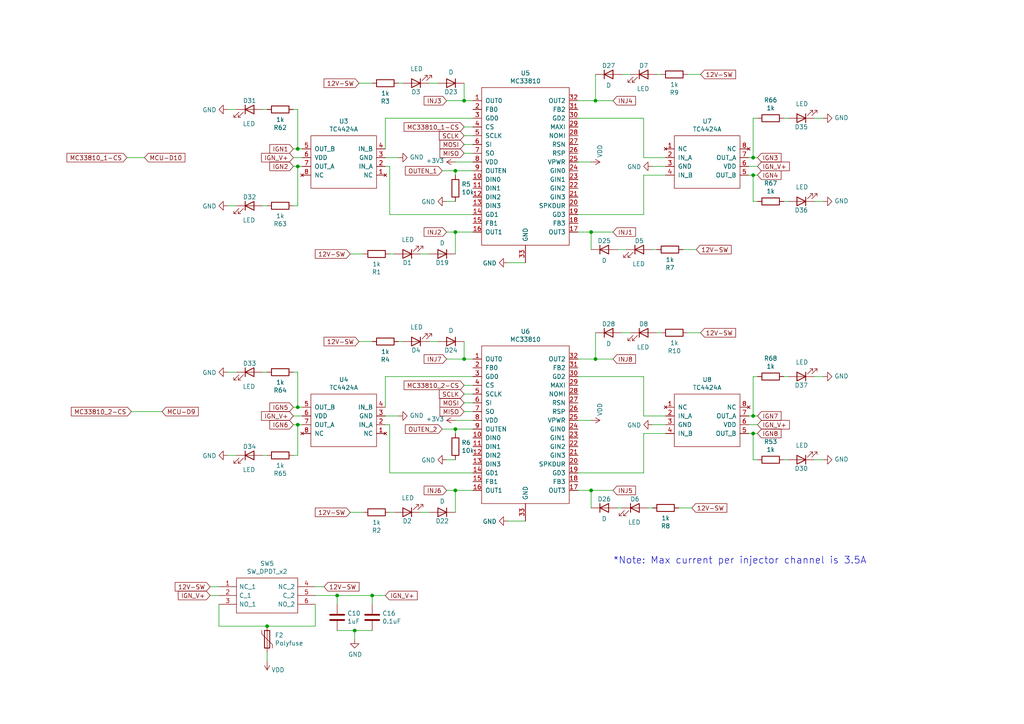
<source format=kicad_sch>
(kicad_sch (version 20230121) (generator eeschema)
  (paper "A4")
  (lib_symbols
    (symbol "Device:C" (pin_numbers hide) (pin_names (offset 0.254))
      (property "Reference" "C" (at 0.635 2.54 0))
      (property "Value" "C" (at 0.635 -2.54 0))
      (symbol "C_0_1"
        (polyline (pts (xy -2.032 -0.762) (xy 2.032 -0.762)) (stroke (width 0.508)))
        (polyline (pts (xy -2.032 0.762) (xy 2.032 0.762)) (stroke (width 0.508)))
      )
      (symbol "C_1_1"
        (pin passive line (at 0 3.81 270) (length 2.794) (name "~") (number "1"))
        (pin passive line (at 0 -3.81 90) (length 2.794) (name "~") (number "2"))
      )
    )
    (symbol "Device:D" (pin_numbers hide) (pin_names (offset 1.016) hide)
      (property "Reference" "D" (at 0 2.54 0))
      (property "Value" "D" (at 0 -2.54 0))
      (symbol "D_0_1"
        (polyline (pts (xy -1.27 1.27) (xy -1.27 -1.27)) (stroke (width 0.254)))
        (polyline (pts (xy 1.27 0) (xy -1.27 0)))
        (polyline (pts (xy 1.27 1.27) (xy 1.27 -1.27) (xy -1.27 0) (xy 1.27 1.27)) (stroke (width 0.254)))
      )
      (symbol "D_1_1"
        (pin passive line (at -3.81 0 0) (length 2.54) (name "K") (number "1"))
        (pin passive line (at 3.81 0 180) (length 2.54) (name "A") (number "2"))
      )
    )
    (symbol "Device:LED" (pin_numbers hide) (pin_names (offset 1.016) hide)
      (property "Reference" "D" (at 0 2.54 0))
      (property "Value" "LED" (at 0 -2.54 0))
      (symbol "LED_0_1"
        (polyline (pts (xy -1.27 -1.27) (xy -1.27 1.27)) (stroke (width 0.254)))
        (polyline (pts (xy -1.27 0) (xy 1.27 0)))
        (polyline (pts (xy 1.27 -1.27) (xy 1.27 1.27) (xy -1.27 0) (xy 1.27 -1.27)) (stroke (width 0.254)))
        (polyline (pts (xy -3.048 -0.762) (xy -4.572 -2.286) (xy -3.81 -2.286) (xy -4.572 -2.286) (xy -4.572 -1.524)))
        (polyline (pts (xy -1.778 -0.762) (xy -3.302 -2.286) (xy -2.54 -2.286) (xy -3.302 -2.286) (xy -3.302 -1.524)))
      )
      (symbol "LED_1_1"
        (pin passive line (at -3.81 0 0) (length 2.54) (name "K") (number "1"))
        (pin passive line (at 3.81 0 180) (length 2.54) (name "A") (number "2"))
      )
    )
    (symbol "Device:Polyfuse" (pin_numbers hide) (pin_names (offset 0))
      (property "Reference" "F" (at -2.54 0 90))
      (property "Value" "Polyfuse" (at 2.54 0 90))
      (symbol "Polyfuse_0_1"
        (rectangle (start -0.762 2.54) (end 0.762 -2.54) (stroke (width 0.254)))
        (polyline (pts (xy 0 2.54) (xy 0 -2.54)))
        (polyline (pts (xy -1.524 2.54) (xy -1.524 1.524) (xy 1.524 -1.524) (xy 1.524 -2.54)))
      )
      (symbol "Polyfuse_1_1"
        (pin passive line (at 0 3.81 270) (length 1.27) (name "~") (number "1"))
        (pin passive line (at 0 -3.81 90) (length 1.27) (name "~") (number "2"))
      )
    )
    (symbol "Device:R" (pin_numbers hide) (pin_names (offset 0))
      (property "Reference" "R" (at 2.032 0 90))
      (property "Value" "R" (at 0 0 90))
      (symbol "R_0_1"
        (rectangle (start -1.016 -2.54) (end 1.016 2.54) (stroke (width 0.254)))
      )
      (symbol "R_1_1"
        (pin passive line (at 0 3.81 270) (length 1.27) (name "~") (number "1"))
        (pin passive line (at 0 -3.81 90) (length 1.27) (name "~") (number "2"))
      )
    )
    (symbol "IC_Automotive:MC33810" (pin_names (offset 1.016))
      (property "Reference" "U" (at 20.32 17.78 0))
      (property "Value" "MC33810" (at -12.7 34.29 0))
      (symbol "MC33810_0_0"
        (pin power_in line (at -12.7 -13.97 90) (length 5.08) (name "GND") (number "33"))
      )
      (symbol "MC33810_0_1"
        (rectangle (start -25.4 36.83) (end 0 -8.89))
      )
      (symbol "MC33810_1_1"
        (pin output line (at -27.94 33.02 0) (length 2.54) (name "OUT0") (number "1"))
        (pin input line (at -27.94 10.16 0) (length 2.54) (name "DIN0") (number "10"))
        (pin input line (at -27.94 7.62 0) (length 2.54) (name "DIN1") (number "11"))
        (pin input line (at -27.94 5.08 0) (length 2.54) (name "DIN2") (number "12"))
        (pin input line (at -27.94 2.54 0) (length 2.54) (name "DIN3") (number "13"))
        (pin output line (at -27.94 0 0) (length 2.54) (name "GD1") (number "14"))
        (pin input line (at -27.94 -2.54 0) (length 2.54) (name "FB1") (number "15"))
        (pin output line (at -27.94 -5.08 0) (length 2.54) (name "OUT1") (number "16"))
        (pin output line (at 2.54 -5.08 180) (length 2.54) (name "OUT3") (number "17"))
        (pin input line (at 2.54 -2.54 180) (length 2.54) (name "FB3") (number "18"))
        (pin output line (at 2.54 0 180) (length 2.54) (name "GD3") (number "19"))
        (pin input line (at -27.94 30.48 0) (length 2.54) (name "FB0") (number "2"))
        (pin output line (at 2.54 2.54 180) (length 2.54) (name "SPKDUR") (number "20"))
        (pin input line (at 2.54 5.08 180) (length 2.54) (name "GIN3") (number "21"))
        (pin input line (at 2.54 7.62 180) (length 2.54) (name "GIN2") (number "22"))
        (pin input line (at 2.54 10.16 180) (length 2.54) (name "GIN1") (number "23"))
        (pin input line (at 2.54 12.7 180) (length 2.54) (name "GIN0") (number "24"))
        (pin power_in line (at 2.54 15.24 180) (length 2.54) (name "VPWR") (number "25"))
        (pin input line (at 2.54 17.78 180) (length 2.54) (name "RSP") (number "26"))
        (pin input line (at 2.54 20.32 180) (length 2.54) (name "RSN") (number "27"))
        (pin output line (at 2.54 22.86 180) (length 2.54) (name "NOMI") (number "28"))
        (pin output line (at 2.54 25.4 180) (length 2.54) (name "MAXI") (number "29"))
        (pin output line (at -27.94 27.94 0) (length 2.54) (name "GD0") (number "3"))
        (pin output line (at 2.54 27.94 180) (length 2.54) (name "GD2") (number "30"))
        (pin input line (at 2.54 30.48 180) (length 2.54) (name "FB2") (number "31"))
        (pin output line (at 2.54 33.02 180) (length 2.54) (name "OUT2") (number "32"))
        (pin input line (at -27.94 25.4 0) (length 2.54) (name "CS") (number "4"))
        (pin input line (at -27.94 22.86 0) (length 2.54) (name "SCLK") (number "5"))
        (pin input line (at -27.94 20.32 0) (length 2.54) (name "SI") (number "6"))
        (pin output line (at -27.94 17.78 0) (length 2.54) (name "SO") (number "7"))
        (pin input line (at -27.94 15.24 0) (length 2.54) (name "VDD") (number "8"))
        (pin input line (at -27.94 12.7 0) (length 2.54) (name "OUTEN") (number "9"))
      )
    )
    (symbol "IC_Automotive:TC4424A" (pin_names (offset 1.016))
      (property "Reference" "U" (at -7.62 38.1 0))
      (property "Value" "TC4424A" (at -15.24 38.1 0))
      (symbol "TC4424A_0_1"
        (rectangle (start -25.4 36.83) (end -6.35 21.59))
      )
      (symbol "TC4424A_1_1"
        (pin no_connect line (at -27.94 33.02 0) (length 2.54) (name "NC") (number "1"))
        (pin input line (at -27.94 30.48 0) (length 2.54) (name "IN_A") (number "2"))
        (pin power_in line (at -27.94 27.94 0) (length 2.54) (name "GND") (number "3"))
        (pin input line (at -27.94 25.4 0) (length 2.54) (name "IN_B") (number "4"))
        (pin input line (at -3.81 25.4 180) (length 2.54) (name "OUT_B") (number "5"))
        (pin power_in line (at -3.81 27.94 180) (length 2.54) (name "VDD") (number "6"))
        (pin output line (at -3.81 30.48 180) (length 2.54) (name "OUT_A") (number "7"))
        (pin no_connect line (at -3.81 33.02 180) (length 2.54) (name "NC") (number "8"))
      )
    )
    (symbol "Misc:AYZ0202AGRLC" (pin_names (offset 0.762))
      (property "Reference" "S" (at 24.13 7.62 0))
      (property "Value" "AYZ0202AGRLC" (at 24.13 5.08 0))
      (symbol "AYZ0202AGRLC_0_0"
        (pin bidirectional line (at 0 0 0) (length 5.08) (name "NC_1") (number "1"))
        (pin bidirectional line (at 0 -2.54 0) (length 5.08) (name "C_1") (number "2"))
        (pin bidirectional line (at 0 -5.08 0) (length 5.08) (name "NO_1") (number "3"))
        (pin bidirectional line (at 27.94 0 180) (length 5.08) (name "NC_2") (number "4"))
        (pin bidirectional line (at 27.94 -2.54 180) (length 5.08) (name "C_2") (number "5"))
        (pin bidirectional line (at 27.94 -5.08 180) (length 5.08) (name "NO_2") (number "6"))
      )
      (symbol "AYZ0202AGRLC_0_1"
        (polyline (pts (xy 5.08 2.54) (xy 22.86 2.54) (xy 22.86 -7.62) (xy 5.08 -7.62) (xy 5.08 2.54)) (stroke (width 0.1524)))
      )
    )
    (symbol "power:+3V3" (power) (pin_names (offset 0))
      (property "Value" "+3V3" (at 0 3.556 0))
      (symbol "+3V3_0_1"
        (polyline (pts (xy -0.762 1.27) (xy 0 2.54)))
        (polyline (pts (xy 0 0) (xy 0 2.54)))
        (polyline (pts (xy 0 2.54) (xy 0.762 1.27)))
      )
      (symbol "+3V3_1_1"
        (pin power_in line (at 0 0 90) (length 0) hide (name "+3V3") (number "1"))
      )
    )
    (symbol "power:GND" (power) (pin_names (offset 0))
      (property "Value" "GND" (at 0 -3.81 0))
      (symbol "GND_0_1"
        (polyline (pts (xy 0 0) (xy 0 -1.27) (xy 1.27 -1.27) (xy 0 -2.54) (xy -1.27 -1.27) (xy 0 -1.27)))
      )
      (symbol "GND_1_1"
        (pin power_in line (at 0 0 270) (length 0) hide (name "GND") (number "1"))
      )
    )
    (symbol "power:VDD" (power) (pin_names (offset 0))
      (property "Value" "VDD" (at 0 3.81 0))
      (symbol "VDD_0_1"
        (polyline (pts (xy -0.762 1.27) (xy 0 2.54)))
        (polyline (pts (xy 0 0) (xy 0 2.54)))
        (polyline (pts (xy 0 2.54) (xy 0.762 1.27)))
      )
      (symbol "VDD_1_1"
        (pin power_in line (at 0 0 90) (length 0) hide (name "VDD") (number "1"))
      )
    )
  )
  (junction (at 218.44 50.8))
  (junction (at 132.08 142.24))
  (junction (at 134.62 104.14))
  (junction (at 97.79 172.72))
  (junction (at 134.62 29.21))
  (junction (at 218.44 45.72))
  (junction (at 86.36 118.11))
  (junction (at 171.45 67.31))
  (junction (at 86.36 48.26))
  (junction (at 86.36 123.19))
  (junction (at 218.44 120.65))
  (junction (at 102.87 182.88))
  (junction (at 107.95 172.72))
  (junction (at 132.08 49.53))
  (junction (at 132.08 67.31))
  (junction (at 77.47 181.61))
  (junction (at 86.36 43.18))
  (junction (at 172.72 29.21))
  (junction (at 171.45 142.24))
  (junction (at 172.72 104.14))
  (junction (at 218.44 125.73))
  (junction (at 132.08 124.46))
  (wire (pts (xy 86.36 132.08) (xy 86.36 123.19)))
  (wire (pts (xy 186.69 45.72) (xy 186.69 34.29)))
  (wire (pts (xy 227.33 133.35) (xy 228.6 133.35)))
  (wire (pts (xy 218.44 45.72) (xy 217.17 45.72)))
  (wire (pts (xy 85.09 48.26) (xy 86.36 48.26)))
  (wire (pts (xy 218.44 109.22) (xy 219.71 109.22)))
  (wire (pts (xy 132.08 142.24) (xy 137.16 142.24)))
  (wire (pts (xy 121.92 73.66) (xy 124.46 73.66)))
  (wire (pts (xy 113.03 62.23) (xy 137.16 62.23)))
  (wire (pts (xy 113.03 137.16) (xy 137.16 137.16)))
  (wire (pts (xy 46.99 119.38) (xy 38.1 119.38)))
  (wire (pts (xy 63.5 181.61) (xy 63.5 175.26)))
  (wire (pts (xy 218.44 34.29) (xy 218.44 45.72)))
  (wire (pts (xy 132.08 73.66) (xy 132.08 67.31)))
  (wire (pts (xy 227.33 34.29) (xy 228.6 34.29)))
  (wire (pts (xy 238.76 58.42) (xy 236.22 58.42)))
  (wire (pts (xy 77.47 132.08) (xy 76.2 132.08)))
  (wire (pts (xy 134.62 114.3) (xy 137.16 114.3)))
  (wire (pts (xy 86.36 59.69) (xy 85.09 59.69)))
  (wire (pts (xy 134.62 99.06) (xy 134.62 104.14)))
  (wire (pts (xy 127 24.13) (xy 124.46 24.13)))
  (wire (pts (xy 128.27 49.53) (xy 132.08 49.53)))
  (wire (pts (xy 66.04 107.95) (xy 68.58 107.95)))
  (wire (pts (xy 193.04 45.72) (xy 186.69 45.72)))
  (wire (pts (xy 218.44 109.22) (xy 218.44 120.65)))
  (wire (pts (xy 218.44 125.73) (xy 219.71 125.73)))
  (wire (pts (xy 227.33 58.42) (xy 228.6 58.42)))
  (wire (pts (xy 129.54 142.24) (xy 132.08 142.24)))
  (wire (pts (xy 171.45 72.39) (xy 171.45 67.31)))
  (wire (pts (xy 134.62 111.76) (xy 137.16 111.76)))
  (wire (pts (xy 218.44 133.35) (xy 219.71 133.35)))
  (wire (pts (xy 186.69 120.65) (xy 186.69 109.22)))
  (wire (pts (xy 171.45 67.31) (xy 167.64 67.31)))
  (wire (pts (xy 186.69 34.29) (xy 167.64 34.29)))
  (wire (pts (xy 218.44 58.42) (xy 218.44 50.8)))
  (wire (pts (xy 191.77 21.59) (xy 190.5 21.59)))
  (wire (pts (xy 111.76 34.29) (xy 111.76 43.18)))
  (wire (pts (xy 115.57 45.72) (xy 111.76 45.72)))
  (wire (pts (xy 171.45 46.99) (xy 167.64 46.99)))
  (wire (pts (xy 134.62 29.21) (xy 137.16 29.21)))
  (wire (pts (xy 113.03 148.59) (xy 114.3 148.59)))
  (wire (pts (xy 86.36 31.75) (xy 85.09 31.75)))
  (wire (pts (xy 171.45 121.92) (xy 167.64 121.92)))
  (wire (pts (xy 85.09 123.19) (xy 86.36 123.19)))
  (wire (pts (xy 193.04 125.73) (xy 186.69 125.73)))
  (wire (pts (xy 203.2 96.52) (xy 199.39 96.52)))
  (wire (pts (xy 77.47 181.61) (xy 91.44 181.61)))
  (wire (pts (xy 86.36 118.11) (xy 87.63 118.11)))
  (wire (pts (xy 115.57 120.65) (xy 111.76 120.65)))
  (wire (pts (xy 189.23 48.26) (xy 193.04 48.26)))
  (wire (pts (xy 134.62 104.14) (xy 137.16 104.14)))
  (wire (pts (xy 107.95 182.88) (xy 102.87 182.88)))
  (wire (pts (xy 193.04 120.65) (xy 186.69 120.65)))
  (wire (pts (xy 201.93 72.39) (xy 198.12 72.39)))
  (wire (pts (xy 132.08 148.59) (xy 132.08 142.24)))
  (wire (pts (xy 86.36 132.08) (xy 85.09 132.08)))
  (wire (pts (xy 167.64 104.14) (xy 172.72 104.14)))
  (wire (pts (xy 186.69 109.22) (xy 167.64 109.22)))
  (wire (pts (xy 77.47 31.75) (xy 76.2 31.75)))
  (wire (pts (xy 172.72 29.21) (xy 177.8 29.21)))
  (wire (pts (xy 238.76 109.22) (xy 236.22 109.22)))
  (wire (pts (xy 36.83 45.72) (xy 41.91 45.72)))
  (wire (pts (xy 134.62 116.84) (xy 137.16 116.84)))
  (wire (pts (xy 186.69 62.23) (xy 167.64 62.23)))
  (wire (pts (xy 129.54 67.31) (xy 132.08 67.31)))
  (wire (pts (xy 171.45 142.24) (xy 167.64 142.24)))
  (wire (pts (xy 132.08 124.46) (xy 137.16 124.46)))
  (wire (pts (xy 97.79 175.26) (xy 97.79 172.72)))
  (wire (pts (xy 180.34 21.59) (xy 182.88 21.59)))
  (wire (pts (xy 137.16 34.29) (xy 111.76 34.29)))
  (wire (pts (xy 63.5 170.18) (xy 60.96 170.18)))
  (wire (pts (xy 218.44 125.73) (xy 218.44 133.35)))
  (wire (pts (xy 101.6 148.59) (xy 105.41 148.59)))
  (wire (pts (xy 218.44 58.42) (xy 219.71 58.42)))
  (wire (pts (xy 86.36 48.26) (xy 87.63 48.26)))
  (wire (pts (xy 111.76 172.72) (xy 107.95 172.72)))
  (wire (pts (xy 186.69 125.73) (xy 186.69 137.16)))
  (wire (pts (xy 167.64 29.21) (xy 172.72 29.21)))
  (wire (pts (xy 191.77 96.52) (xy 190.5 96.52)))
  (wire (pts (xy 85.09 45.72) (xy 87.63 45.72)))
  (wire (pts (xy 172.72 21.59) (xy 172.72 29.21)))
  (wire (pts (xy 189.23 147.32) (xy 187.96 147.32)))
  (wire (pts (xy 107.95 172.72) (xy 97.79 172.72)))
  (wire (pts (xy 219.71 48.26) (xy 217.17 48.26)))
  (wire (pts (xy 134.62 44.45) (xy 137.16 44.45)))
  (wire (pts (xy 172.72 104.14) (xy 177.8 104.14)))
  (wire (pts (xy 77.47 191.77) (xy 77.47 189.23)))
  (wire (pts (xy 101.6 73.66) (xy 105.41 73.66)))
  (wire (pts (xy 172.72 96.52) (xy 172.72 104.14)))
  (wire (pts (xy 132.08 49.53) (xy 137.16 49.53)))
  (wire (pts (xy 218.44 50.8) (xy 219.71 50.8)))
  (wire (pts (xy 218.44 120.65) (xy 217.17 120.65)))
  (wire (pts (xy 86.36 59.69) (xy 86.36 48.26)))
  (wire (pts (xy 111.76 123.19) (xy 113.03 123.19)))
  (wire (pts (xy 86.36 31.75) (xy 86.36 43.18)))
  (wire (pts (xy 102.87 185.42) (xy 102.87 182.88)))
  (wire (pts (xy 179.07 72.39) (xy 181.61 72.39)))
  (wire (pts (xy 132.08 125.73) (xy 132.08 124.46)))
  (wire (pts (xy 193.04 50.8) (xy 186.69 50.8)))
  (wire (pts (xy 104.14 24.13) (xy 107.95 24.13)))
  (wire (pts (xy 77.47 107.95) (xy 76.2 107.95)))
  (wire (pts (xy 93.98 170.18) (xy 91.44 170.18)))
  (wire (pts (xy 134.62 41.91) (xy 137.16 41.91)))
  (wire (pts (xy 129.54 133.35) (xy 132.08 133.35)))
  (wire (pts (xy 85.09 43.18) (xy 86.36 43.18)))
  (wire (pts (xy 113.03 123.19) (xy 113.03 137.16)))
  (wire (pts (xy 132.08 46.99) (xy 137.16 46.99)))
  (wire (pts (xy 217.17 50.8) (xy 218.44 50.8)))
  (wire (pts (xy 60.96 172.72) (xy 63.5 172.72)))
  (wire (pts (xy 85.09 118.11) (xy 86.36 118.11)))
  (wire (pts (xy 66.04 132.08) (xy 68.58 132.08)))
  (wire (pts (xy 77.47 181.61) (xy 63.5 181.61)))
  (wire (pts (xy 238.76 34.29) (xy 236.22 34.29)))
  (wire (pts (xy 91.44 181.61) (xy 91.44 175.26)))
  (wire (pts (xy 219.71 45.72) (xy 218.44 45.72)))
  (wire (pts (xy 177.8 142.24) (xy 171.45 142.24)))
  (wire (pts (xy 134.62 39.37) (xy 137.16 39.37)))
  (wire (pts (xy 238.76 133.35) (xy 236.22 133.35)))
  (wire (pts (xy 186.69 50.8) (xy 186.69 62.23)))
  (wire (pts (xy 218.44 34.29) (xy 219.71 34.29)))
  (wire (pts (xy 86.36 123.19) (xy 87.63 123.19)))
  (wire (pts (xy 128.27 124.46) (xy 132.08 124.46)))
  (wire (pts (xy 129.54 58.42) (xy 132.08 58.42)))
  (wire (pts (xy 179.07 147.32) (xy 180.34 147.32)))
  (wire (pts (xy 227.33 109.22) (xy 228.6 109.22)))
  (wire (pts (xy 66.04 31.75) (xy 68.58 31.75)))
  (wire (pts (xy 97.79 172.72) (xy 91.44 172.72)))
  (wire (pts (xy 86.36 107.95) (xy 86.36 118.11)))
  (wire (pts (xy 132.08 121.92) (xy 137.16 121.92)))
  (wire (pts (xy 200.66 147.32) (xy 196.85 147.32)))
  (wire (pts (xy 111.76 109.22) (xy 111.76 118.11)))
  (wire (pts (xy 134.62 119.38) (xy 137.16 119.38)))
  (wire (pts (xy 104.14 99.06) (xy 107.95 99.06)))
  (wire (pts (xy 132.08 67.31) (xy 137.16 67.31)))
  (wire (pts (xy 147.32 76.2) (xy 152.4 76.2)))
  (wire (pts (xy 115.57 24.13) (xy 116.84 24.13)))
  (wire (pts (xy 129.54 104.14) (xy 134.62 104.14)))
  (wire (pts (xy 113.03 73.66) (xy 114.3 73.66)))
  (wire (pts (xy 113.03 48.26) (xy 111.76 48.26)))
  (wire (pts (xy 115.57 99.06) (xy 116.84 99.06)))
  (wire (pts (xy 180.34 96.52) (xy 182.88 96.52)))
  (wire (pts (xy 217.17 125.73) (xy 218.44 125.73)))
  (wire (pts (xy 85.09 120.65) (xy 87.63 120.65)))
  (wire (pts (xy 219.71 123.19) (xy 217.17 123.19)))
  (wire (pts (xy 171.45 147.32) (xy 171.45 142.24)))
  (wire (pts (xy 124.46 148.59) (xy 121.92 148.59)))
  (wire (pts (xy 77.47 59.69) (xy 76.2 59.69)))
  (wire (pts (xy 203.2 21.59) (xy 199.39 21.59)))
  (wire (pts (xy 86.36 107.95) (xy 85.09 107.95)))
  (wire (pts (xy 147.32 151.13) (xy 152.4 151.13)))
  (wire (pts (xy 86.36 43.18) (xy 87.63 43.18)))
  (wire (pts (xy 134.62 24.13) (xy 134.62 29.21)))
  (wire (pts (xy 129.54 29.21) (xy 134.62 29.21)))
  (wire (pts (xy 190.5 72.39) (xy 189.23 72.39)))
  (wire (pts (xy 66.04 59.69) (xy 68.58 59.69)))
  (wire (pts (xy 113.03 62.23) (xy 113.03 48.26)))
  (wire (pts (xy 177.8 67.31) (xy 171.45 67.31)))
  (wire (pts (xy 219.71 120.65) (xy 218.44 120.65)))
  (wire (pts (xy 186.69 137.16) (xy 167.64 137.16)))
  (wire (pts (xy 132.08 50.8) (xy 132.08 49.53)))
  (wire (pts (xy 124.46 99.06) (xy 127 99.06)))
  (wire (pts (xy 107.95 175.26) (xy 107.95 172.72)))
  (wire (pts (xy 137.16 109.22) (xy 111.76 109.22)))
  (wire (pts (xy 102.87 182.88) (xy 97.79 182.88)))
  (wire (pts (xy 189.23 123.19) (xy 193.04 123.19)))
  (wire (pts (xy 134.62 36.83) (xy 137.16 36.83)))
  (text "*Note: Max current per injector channel is 3.5A" (at 177.8 163.83 0) (effects (font (size 2.0066 2.0066)) (justify left bottom)))
  (global_label "IGN_V+" (shape input) (at 85.09 45.72 180) (property "Intersheetrefs" "${INTERSHEET_REFS}" (effects hide)))
  (global_label "SCLK" (shape input) (at 134.62 114.3 180) (property "Intersheetrefs" "${INTERSHEET_REFS}" (effects hide)))
  (global_label "12V-SW" (shape input) (at 93.98 170.18 0) (property "Intersheetrefs" "${INTERSHEET_REFS}" (effects hide)))
  (global_label "IGN2" (shape input) (at 85.09 48.26 180) (property "Intersheetrefs" "${INTERSHEET_REFS}" (effects hide)))
  (global_label "12V-SW" (shape input) (at 104.14 99.06 180) (property "Intersheetrefs" "${INTERSHEET_REFS}" (effects hide)))
  (global_label "MISO" (shape input) (at 134.62 44.45 180) (property "Intersheetrefs" "${INTERSHEET_REFS}" (effects hide)))
  (global_label "INJ3" (shape input) (at 129.54 29.21 180) (property "Intersheetrefs" "${INTERSHEET_REFS}" (effects hide)))
  (global_label "IGN4" (shape input) (at 219.71 50.8 0) (property "Intersheetrefs" "${INTERSHEET_REFS}" (effects hide)))
  (global_label "INJ7" (shape input) (at 129.54 104.14 180) (property "Intersheetrefs" "${INTERSHEET_REFS}" (effects hide)))
  (global_label "IGN5" (shape input) (at 85.09 118.11 180) (property "Intersheetrefs" "${INTERSHEET_REFS}" (effects hide)))
  (global_label "SCLK" (shape input) (at 134.62 39.37 180) (property "Intersheetrefs" "${INTERSHEET_REFS}" (effects hide)))
  (global_label "IGN_V+" (shape input) (at 85.09 120.65 180) (property "Intersheetrefs" "${INTERSHEET_REFS}" (effects hide)))
  (global_label "IGN6" (shape input) (at 85.09 123.19 180) (property "Intersheetrefs" "${INTERSHEET_REFS}" (effects hide)))
  (global_label "IGN8" (shape input) (at 219.71 125.73 0) (property "Intersheetrefs" "${INTERSHEET_REFS}" (effects hide)))
  (global_label "IGN_V+" (shape input) (at 219.71 123.19 0) (property "Intersheetrefs" "${INTERSHEET_REFS}" (effects hide)))
  (global_label "MCU-D9" (shape input) (at 46.99 119.38 0) (property "Intersheetrefs" "${INTERSHEET_REFS}" (effects hide)))
  (global_label "INJ8" (shape input) (at 177.8 104.14 0) (property "Intersheetrefs" "${INTERSHEET_REFS}" (effects hide)))
  (global_label "MOSI" (shape input) (at 134.62 116.84 180) (property "Intersheetrefs" "${INTERSHEET_REFS}" (effects hide)))
  (global_label "INJ4" (shape input) (at 177.8 29.21 0) (property "Intersheetrefs" "${INTERSHEET_REFS}" (effects hide)))
  (global_label "IGN3" (shape input) (at 219.71 45.72 0) (property "Intersheetrefs" "${INTERSHEET_REFS}" (effects hide)))
  (global_label "MISO" (shape input) (at 134.62 119.38 180) (property "Intersheetrefs" "${INTERSHEET_REFS}" (effects hide)))
  (global_label "OUTEN_1" (shape input) (at 128.27 49.53 180) (property "Intersheetrefs" "${INTERSHEET_REFS}" (effects hide)))
  (global_label "12V-SW" (shape input) (at 203.2 96.52 0) (property "Intersheetrefs" "${INTERSHEET_REFS}" (effects hide)))
  (global_label "IGN_V+" (shape input) (at 60.96 172.72 180) (property "Intersheetrefs" "${INTERSHEET_REFS}" (effects hide)))
  (global_label "12V-SW" (shape input) (at 101.6 73.66 180) (property "Intersheetrefs" "${INTERSHEET_REFS}" (effects hide)))
  (global_label "INJ6" (shape input) (at 129.54 142.24 180) (property "Intersheetrefs" "${INTERSHEET_REFS}" (effects hide)))
  (global_label "OUTEN_2" (shape input) (at 128.27 124.46 180) (property "Intersheetrefs" "${INTERSHEET_REFS}" (effects hide)))
  (global_label "IGN7" (shape input) (at 219.71 120.65 0) (property "Intersheetrefs" "${INTERSHEET_REFS}" (effects hide)))
  (global_label "INJ2" (shape input) (at 129.54 67.31 180) (property "Intersheetrefs" "${INTERSHEET_REFS}" (effects hide)))
  (global_label "MC33810_1-CS" (shape input) (at 134.62 36.83 180) (property "Intersheetrefs" "${INTERSHEET_REFS}" (effects hide)))
  (global_label "12V-SW" (shape input) (at 60.96 170.18 180) (property "Intersheetrefs" "${INTERSHEET_REFS}" (effects hide)))
  (global_label "MOSI" (shape input) (at 134.62 41.91 180) (property "Intersheetrefs" "${INTERSHEET_REFS}" (effects hide)))
  (global_label "MCU-D10" (shape input) (at 41.91 45.72 0) (property "Intersheetrefs" "${INTERSHEET_REFS}" (effects hide)))
  (global_label "INJ5" (shape input) (at 177.8 142.24 0) (property "Intersheetrefs" "${INTERSHEET_REFS}" (effects hide)))
  (global_label "IGN1" (shape input) (at 85.09 43.18 180) (property "Intersheetrefs" "${INTERSHEET_REFS}" (effects hide)))
  (global_label "IGN_V+" (shape input) (at 111.76 172.72 0) (property "Intersheetrefs" "${INTERSHEET_REFS}" (effects hide)))
  (global_label "MC33810_1-CS" (shape input) (at 36.83 45.72 180) (property "Intersheetrefs" "${INTERSHEET_REFS}" (effects hide)))
  (global_label "12V-SW" (shape input) (at 101.6 148.59 180) (property "Intersheetrefs" "${INTERSHEET_REFS}" (effects hide)))
  (global_label "INJ1" (shape input) (at 177.8 67.31 0) (property "Intersheetrefs" "${INTERSHEET_REFS}" (effects hide)))
  (global_label "12V-SW" (shape input) (at 104.14 24.13 180) (property "Intersheetrefs" "${INTERSHEET_REFS}" (effects hide)))
  (global_label "IGN_V+" (shape input) (at 219.71 48.26 0) (property "Intersheetrefs" "${INTERSHEET_REFS}" (effects hide)))
  (global_label "12V-SW" (shape input) (at 203.2 21.59 0) (property "Intersheetrefs" "${INTERSHEET_REFS}" (effects hide)))
  (global_label "12V-SW" (shape input) (at 200.66 147.32 0) (property "Intersheetrefs" "${INTERSHEET_REFS}" (effects hide)))
  (global_label "MC33810_2-CS" (shape input) (at 38.1 119.38 180) (property "Intersheetrefs" "${INTERSHEET_REFS}" (effects hide)))
  (global_label "12V-SW" (shape input) (at 201.93 72.39 0) (property "Intersheetrefs" "${INTERSHEET_REFS}" (effects hide)))
  (global_label "MC33810_2-CS" (shape input) (at 134.62 111.76 180) (property "Intersheetrefs" "${INTERSHEET_REFS}" (effects hide)))
  (symbol (lib_id "Device:LED") (at 118.11 73.66 180) (unit 1)
    (property "Reference" "D1" (at 118.11 76.2 0))
    (property "Value" "LED" (at 118.2878 69.4944 0))
    (property "Footprint" "LED_SMD:LED_0805_2012Metric" (effects hide))
    (property "Digikey Part Number" "475-1415-1-ND" (effects hide))
    (property "Manufacturer_Name" "OSRAM" (effects hide))
    (property "Manufacturer_Part_Number" "LH R974-LP-1" (effects hide))
    (property "URL" "https://www.digikey.com/product-detail/en/osram-opto-semiconductors-inc/LH-R974-LP-1/475-1415-1-ND/1802604" (effects hide))
  )
  (symbol (lib_id "Device:LED") (at 120.65 24.13 180) (unit 1)
    (property "Reference" "D3" (at 120.65 26.67 0))
    (property "Value" "LED" (at 120.8278 19.9644 0))
    (property "Footprint" "LED_SMD:LED_0805_2012Metric" (effects hide))
    (property "Digikey Part Number" "475-1415-1-ND" (effects hide))
    (property "Manufacturer_Name" "OSRAM" (effects hide))
    (property "Manufacturer_Part_Number" "LH R974-LP-1" (effects hide))
    (property "URL" "https://www.digikey.com/product-detail/en/osram-opto-semiconductors-inc/LH-R974-LP-1/475-1415-1-ND/1802604" (effects hide))
  )
  (symbol (lib_id "Device:LED") (at 186.69 21.59 0) (unit 1)
    (property "Reference" "D7" (at 186.69 19.05 0))
    (property "Value" "LED" (at 186.5122 25.7556 0))
    (property "Footprint" "LED_SMD:LED_0805_2012Metric" (effects hide))
    (property "Digikey Part Number" "475-1415-1-ND" (effects hide))
    (property "Manufacturer_Name" "OSRAM" (effects hide))
    (property "Manufacturer_Part_Number" "LH R974-LP-1" (effects hide))
    (property "URL" "https://www.digikey.com/product-detail/en/osram-opto-semiconductors-inc/LH-R974-LP-1/475-1415-1-ND/1802604" (effects hide))
  )
  (symbol (lib_id "Device:R") (at 194.31 72.39 90) (unit 1)
    (property "Reference" "R7" (at 194.31 77.6478 90))
    (property "Value" "1k" (at 194.31 75.3364 90))
    (property "Footprint" "Resistor_SMD:R_0805_2012Metric" (effects hide))
    (property "Digikey Part Number" "311-1.00KCRCT-ND" (effects hide))
    (property "Manufacturer_Name" "Yageo" (effects hide))
    (property "Manufacturer_Part_Number" "RC0805FR-071KL" (effects hide))
    (property "URL" "https://www.digikey.com/product-detail/en/yageo/RC0805FR-071KL/311-1.00KCRCT-ND/730391" (effects hide))
  )
  (symbol (lib_id "Device:LED") (at 185.42 72.39 0) (unit 1)
    (property "Reference" "D5" (at 185.42 69.85 0))
    (property "Value" "LED" (at 185.2422 76.5556 0))
    (property "Footprint" "LED_SMD:LED_0805_2012Metric" (effects hide))
    (property "Digikey Part Number" "475-1415-1-ND" (effects hide))
    (property "Manufacturer_Name" "OSRAM" (effects hide))
    (property "Manufacturer_Part_Number" "LH R974-LP-1" (effects hide))
    (property "URL" "https://www.digikey.com/product-detail/en/osram-opto-semiconductors-inc/LH-R974-LP-1/475-1415-1-ND/1802604" (effects hide))
  )
  (symbol (lib_id "IC_Automotive:MC33810") (at 165.1 62.23 0) (unit 1)
    (property "Reference" "U5" (at 152.4 21.209 0))
    (property "Value" "MC33810" (at 152.4 23.5204 0))
    (property "Footprint" "IC_Automotive:SOIC32-P0.65-33N" (effects hide))
    (property "Manufacturer_Name" "NXP" (effects hide))
    (property "Manufacturer_Part_Number" "MCZ33810EK" (effects hide))
    (property "URL" "https://au.mouser.com/ProductDetail/NXP-Semiconductors/MCZ33810EK?qs=sGAEpiMZZMvKM5ialpXrmvfCXFdxx390" (effects hide))
  )
  (symbol (lib_id "IC_Automotive:TC4424A") (at 220.98 76.2 0) (unit 1)
    (property "Reference" "U7" (at 205.105 35.179 0))
    (property "Value" "TC4424A" (at 205.105 37.4904 0))
    (property "Footprint" "Package_SO:SOIC-8_3.9x4.9mm_P1.27mm" (effects hide))
    (property "Digikey Part Number" "TC4424AVOA-ND" (effects hide))
    (property "Manufacturer_Name" "Microchip" (effects hide))
    (property "Manufacturer_Part_Number" "TC4424AVOA" (effects hide))
    (property "URL" "https://www.digikey.com/product-detail/en/microchip-technology/TC4424AVOA/TC4424AVOA-ND/1098908" (effects hide))
  )
  (symbol (lib_id "power:GND") (at 189.23 48.26 270) (unit 1)
    (property "Reference" "#PWR0101" (effects hide))
    (property "Value" "GND" (at 185.9788 48.387 90) (effects (justify right)))
  )
  (symbol (lib_id "IC_Automotive:TC4424A") (at 83.82 17.78 180) (unit 1)
    (property "Reference" "U3" (at 99.695 35.179 0))
    (property "Value" "TC4424A" (at 99.695 37.4904 0))
    (property "Footprint" "Package_SO:SOIC-8_3.9x4.9mm_P1.27mm" (effects hide))
    (property "Digikey Part Number" "TC4424AVOA-ND" (effects hide))
    (property "Manufacturer_Name" "Microchip" (effects hide))
    (property "Manufacturer_Part_Number" "TC4424AVOA" (effects hide))
    (property "URL" "https://www.digikey.com/product-detail/en/microchip-technology/TC4424AVOA/TC4424AVOA-ND/1098908" (effects hide))
  )
  (symbol (lib_id "power:GND") (at 115.57 45.72 90) (unit 1)
    (property "Reference" "#PWR0102" (effects hide))
    (property "Value" "GND" (at 118.8212 45.593 90) (effects (justify right)))
  )
  (symbol (lib_id "power:+3V3") (at 132.08 46.99 90) (unit 1)
    (property "Reference" "#PWR0103" (effects hide))
    (property "Value" "+3V3" (at 128.8288 46.609 90) (effects (justify left)))
  )
  (symbol (lib_id "Device:R") (at 132.08 54.61 0) (unit 1)
    (property "Reference" "R5" (at 133.858 53.4416 0) (effects (justify left)))
    (property "Value" "10k" (at 133.858 55.753 0) (effects (justify left)))
    (property "Footprint" "Resistor_SMD:R_0805_2012Metric" (effects hide))
    (property "Digikey Part Number" "311-10KARCT-ND" (effects hide))
    (property "Manufacturer_Name" "Yageo" (effects hide))
    (property "Manufacturer_Part_Number" "RC0805JR-0710KL" (effects hide))
    (property "URL" "https://www.digikey.com/product-detail/en/yageo/RC0805JR-0710KL/311-10KARCT-ND/731188" (effects hide))
  )
  (symbol (lib_id "power:GND") (at 129.54 58.42 270) (unit 1)
    (property "Reference" "#PWR0105" (effects hide))
    (property "Value" "GND" (at 126.2888 58.547 90) (effects (justify right)))
  )
  (symbol (lib_id "power:GND") (at 147.32 76.2 270) (unit 1)
    (property "Reference" "#PWR0106" (effects hide))
    (property "Value" "GND" (at 144.0688 76.327 90) (effects (justify right)))
  )
  (symbol (lib_id "Device:LED") (at 118.11 148.59 180) (unit 1)
    (property "Reference" "D2" (at 118.11 151.13 0))
    (property "Value" "LED" (at 118.2878 144.4244 0))
    (property "Footprint" "LED_SMD:LED_0805_2012Metric" (effects hide))
    (property "Digikey Part Number" "475-1415-1-ND" (effects hide))
    (property "Manufacturer_Name" "OSRAM" (effects hide))
    (property "Manufacturer_Part_Number" "LH R974-LP-1" (effects hide))
    (property "URL" "https://www.digikey.com/product-detail/en/osram-opto-semiconductors-inc/LH-R974-LP-1/475-1415-1-ND/1802604" (effects hide))
  )
  (symbol (lib_id "Device:LED") (at 120.65 99.06 180) (unit 1)
    (property "Reference" "D4" (at 120.65 101.6 0))
    (property "Value" "LED" (at 120.8278 94.8944 0))
    (property "Footprint" "LED_SMD:LED_0805_2012Metric" (effects hide))
    (property "Digikey Part Number" "475-1415-1-ND" (effects hide))
    (property "Manufacturer_Name" "OSRAM" (effects hide))
    (property "Manufacturer_Part_Number" "LH R974-LP-1" (effects hide))
    (property "URL" "https://www.digikey.com/product-detail/en/osram-opto-semiconductors-inc/LH-R974-LP-1/475-1415-1-ND/1802604" (effects hide))
  )
  (symbol (lib_id "Device:LED") (at 186.69 96.52 0) (unit 1)
    (property "Reference" "D8" (at 186.69 93.98 0))
    (property "Value" "LED" (at 186.5122 100.6856 0))
    (property "Footprint" "LED_SMD:LED_0805_2012Metric" (effects hide))
    (property "Digikey Part Number" "475-1415-1-ND" (effects hide))
    (property "Manufacturer_Name" "OSRAM" (effects hide))
    (property "Manufacturer_Part_Number" "LH R974-LP-1" (effects hide))
    (property "URL" "https://www.digikey.com/product-detail/en/osram-opto-semiconductors-inc/LH-R974-LP-1/475-1415-1-ND/1802604" (effects hide))
  )
  (symbol (lib_id "Device:LED") (at 184.15 147.32 0) (unit 1)
    (property "Reference" "D6" (at 184.15 144.78 0))
    (property "Value" "LED" (at 183.9722 151.4856 0))
    (property "Footprint" "LED_SMD:LED_0805_2012Metric" (effects hide))
    (property "Digikey Part Number" "475-1415-1-ND" (effects hide))
    (property "Manufacturer_Name" "OSRAM" (effects hide))
    (property "Manufacturer_Part_Number" "LH R974-LP-1" (effects hide))
    (property "URL" "https://www.digikey.com/product-detail/en/osram-opto-semiconductors-inc/LH-R974-LP-1/475-1415-1-ND/1802604" (effects hide))
  )
  (symbol (lib_id "IC_Automotive:MC33810") (at 165.1 137.16 0) (unit 1)
    (property "Reference" "U6" (at 152.4 96.139 0))
    (property "Value" "MC33810" (at 152.4 98.4504 0))
    (property "Footprint" "IC_Automotive:SOIC32-P0.65-33N" (effects hide))
    (property "Manufacturer_Name" "NXP" (effects hide))
    (property "Manufacturer_Part_Number" "MCZ33810EK" (effects hide))
    (property "URL" "https://au.mouser.com/ProductDetail/NXP-Semiconductors/MCZ33810EK?qs=sGAEpiMZZMvKM5ialpXrmvfCXFdxx390" (effects hide))
  )
  (symbol (lib_id "IC_Automotive:TC4424A") (at 220.98 151.13 0) (unit 1)
    (property "Reference" "U8" (at 205.105 110.109 0))
    (property "Value" "TC4424A" (at 205.105 112.4204 0))
    (property "Footprint" "Package_SO:SOIC-8_3.9x4.9mm_P1.27mm" (effects hide))
    (property "Digikey Part Number" "TC4424AVOA-ND" (effects hide))
    (property "Manufacturer_Name" "Microchip" (effects hide))
    (property "Manufacturer_Part_Number" "TC4424AVOA" (effects hide))
    (property "URL" "https://www.digikey.com/product-detail/en/microchip-technology/TC4424AVOA/TC4424AVOA-ND/1098908" (effects hide))
  )
  (symbol (lib_id "power:GND") (at 189.23 123.19 270) (unit 1)
    (property "Reference" "#PWR0107" (effects hide))
    (property "Value" "GND" (at 185.9788 123.317 90) (effects (justify right)))
  )
  (symbol (lib_id "IC_Automotive:TC4424A") (at 83.82 92.71 180) (unit 1)
    (property "Reference" "U4" (at 99.695 110.109 0))
    (property "Value" "TC4424A" (at 99.695 112.4204 0))
    (property "Footprint" "Package_SO:SOIC-8_3.9x4.9mm_P1.27mm" (effects hide))
    (property "Digikey Part Number" "TC4424AVOA-ND" (effects hide))
    (property "Manufacturer_Name" "Microchip" (effects hide))
    (property "Manufacturer_Part_Number" "TC4424AVOA" (effects hide))
    (property "URL" "https://www.digikey.com/product-detail/en/microchip-technology/TC4424AVOA/TC4424AVOA-ND/1098908" (effects hide))
  )
  (symbol (lib_id "power:GND") (at 115.57 120.65 90) (unit 1)
    (property "Reference" "#PWR0108" (effects hide))
    (property "Value" "GND" (at 118.8212 120.523 90) (effects (justify right)))
  )
  (symbol (lib_id "power:+3V3") (at 132.08 121.92 90) (unit 1)
    (property "Reference" "#PWR0109" (effects hide))
    (property "Value" "+3V3" (at 128.8288 121.539 90) (effects (justify left)))
  )
  (symbol (lib_id "Device:R") (at 132.08 129.54 0) (unit 1)
    (property "Reference" "R6" (at 133.858 128.3716 0) (effects (justify left)))
    (property "Value" "10k" (at 133.858 130.683 0) (effects (justify left)))
    (property "Footprint" "Resistor_SMD:R_0805_2012Metric" (effects hide))
    (property "Digikey Part Number" "311-10KARCT-ND" (effects hide))
    (property "Manufacturer_Name" "Yageo" (effects hide))
    (property "Manufacturer_Part_Number" "RC0805JR-0710KL" (effects hide))
    (property "URL" "https://www.digikey.com/product-detail/en/yageo/RC0805JR-0710KL/311-10KARCT-ND/731188" (effects hide))
  )
  (symbol (lib_id "power:GND") (at 129.54 133.35 270) (unit 1)
    (property "Reference" "#PWR0111" (effects hide))
    (property "Value" "GND" (at 126.2888 133.477 90) (effects (justify right)))
  )
  (symbol (lib_id "power:GND") (at 147.32 151.13 270) (unit 1)
    (property "Reference" "#PWR0112" (effects hide))
    (property "Value" "GND" (at 144.0688 151.257 90) (effects (justify right)))
  )
  (symbol (lib_id "Misc:AYZ0202AGRLC") (at 63.5 170.18 0) (unit 1)
    (property "Reference" "SW5" (at 77.47 163.449 0))
    (property "Value" "SW_DPDT_x2" (at 77.47 165.7604 0))
    (property "Footprint" "Misc:AYZ0202AGRLC" (effects hide))
    (property "Description" "AYZ0202AGRLC (Slide Switches)" (effects hide))
    (property "RS Part Number" "7931504P" (effects hide))
    (property "RS Price/Stock" "http://uk.rs-online.com/web/p/products/7931504P" (effects hide))
    (property "Manufacturer_Name" "C & K COMPONENTS" (effects hide))
    (property "Manufacturer_Part_Number" "AYZ0202AGRLC" (effects hide))
    (property "Allied_Number" "70417470" (effects hide))
    (property "Digikey Part Number" "401-2013-1-ND" (effects hide))
    (property "URL" "https://www.digikey.com.au/product-detail/en/c-k/AYZ0202AGRLC/401-2013-1-ND/1640122" (effects hide))
  )
  (symbol (lib_id "power:VDD") (at 77.47 191.77 180) (unit 1)
    (property "Reference" "#PWR0136" (effects hide))
    (property "Value" "VDD" (at 82.55 194.31 0) (effects (justify left)))
  )
  (symbol (lib_id "Device:Polyfuse") (at 77.47 185.42 0) (unit 1)
    (property "Reference" "F2" (at 79.7052 184.2516 0) (effects (justify left)))
    (property "Value" "Polyfuse" (at 79.7052 186.563 0) (effects (justify left)))
    (property "Footprint" "Fuse:Fuse_1812_4532Metric" (effects hide))
    (property "Digikey Part Number" "507-1361-1-ND" (effects hide))
    (property "Manufacturer_Name" "Bel Fuse Inc." (effects hide))
    (property "Manufacturer_Part_Number" "0ZCC0050FF2C" (effects hide))
    (property "URL" "https://www.digikey.com.au/product-detail/en/bel-fuse-inc/0ZCC0050FF2C/507-1361-1-ND/1560228" (effects hide))
  )
  (symbol (lib_id "Device:D") (at 128.27 73.66 180) (unit 1)
    (property "Reference" "D19" (at 128.27 76.2 0))
    (property "Value" "D" (at 128.27 70.485 0))
    (property "Footprint" "Diode_SMD:D_SOD-323" (effects hide))
    (property "Digikey Part Number" "1N4448WXTPMSCT-ND" (effects hide))
    (property "Manufacturer_Name" "MCC" (effects hide))
    (property "Manufacturer_Part_Number" "1N4448WX-TP" (effects hide))
    (property "URL" "https://www.digikey.com/product-detail/en/micro-commercial-co/1N4448WX-TP/1N4448WXTPMSCT-ND/789338" (effects hide))
  )
  (symbol (lib_id "Device:D") (at 130.81 99.06 180) (unit 1)
    (property "Reference" "D24" (at 130.81 101.6 0))
    (property "Value" "D" (at 130.81 95.885 0))
    (property "Footprint" "Diode_SMD:D_SOD-323" (effects hide))
    (property "Digikey Part Number" "1N4448WXTPMSCT-ND" (effects hide))
    (property "Manufacturer_Name" "MCC" (effects hide))
    (property "Manufacturer_Part_Number" "1N4448WX-TP" (effects hide))
    (property "URL" "https://www.digikey.com/product-detail/en/micro-commercial-co/1N4448WX-TP/1N4448WXTPMSCT-ND/789338" (effects hide))
  )
  (symbol (lib_id "Device:D") (at 175.26 72.39 0) (unit 1)
    (property "Reference" "D25" (at 175.26 69.85 0))
    (property "Value" "D" (at 175.26 75.565 0))
    (property "Footprint" "Diode_SMD:D_SOD-323" (effects hide))
    (property "Digikey Part Number" "1N4448WXTPMSCT-ND" (effects hide))
    (property "Manufacturer_Name" "MCC" (effects hide))
    (property "Manufacturer_Part_Number" "1N4448WX-TP" (effects hide))
    (property "URL" "https://www.digikey.com/product-detail/en/micro-commercial-co/1N4448WX-TP/1N4448WXTPMSCT-ND/789338" (effects hide))
  )
  (symbol (lib_id "Device:D") (at 176.53 21.59 0) (unit 1)
    (property "Reference" "D27" (at 176.53 19.05 0))
    (property "Value" "D" (at 176.53 24.765 0))
    (property "Footprint" "Diode_SMD:D_SOD-323" (effects hide))
    (property "Digikey Part Number" "1N4448WXTPMSCT-ND" (effects hide))
    (property "Manufacturer_Name" "MCC" (effects hide))
    (property "Manufacturer_Part_Number" "1N4448WX-TP" (effects hide))
    (property "URL" "https://www.digikey.com/product-detail/en/micro-commercial-co/1N4448WX-TP/1N4448WXTPMSCT-ND/789338" (effects hide))
  )
  (symbol (lib_id "Device:D") (at 130.81 24.13 180) (unit 1)
    (property "Reference" "D23" (at 130.81 26.67 0))
    (property "Value" "D" (at 130.81 20.955 0))
    (property "Footprint" "Diode_SMD:D_SOD-323" (effects hide))
    (property "Digikey Part Number" "1N4448WXTPMSCT-ND" (effects hide))
    (property "Manufacturer_Name" "MCC" (effects hide))
    (property "Manufacturer_Part_Number" "1N4448WX-TP" (effects hide))
    (property "URL" "https://www.digikey.com/product-detail/en/micro-commercial-co/1N4448WX-TP/1N4448WXTPMSCT-ND/789338" (effects hide))
  )
  (symbol (lib_id "Device:D") (at 175.26 147.32 0) (unit 1)
    (property "Reference" "D26" (at 175.26 144.78 0))
    (property "Value" "D" (at 175.26 150.495 0))
    (property "Footprint" "Diode_SMD:D_SOD-323" (effects hide))
    (property "Digikey Part Number" "1N4448WXTPMSCT-ND" (effects hide))
    (property "Manufacturer_Name" "MCC" (effects hide))
    (property "Manufacturer_Part_Number" "1N4448WX-TP" (effects hide))
    (property "URL" "https://www.digikey.com/product-detail/en/micro-commercial-co/1N4448WX-TP/1N4448WXTPMSCT-ND/789338" (effects hide))
  )
  (symbol (lib_id "Device:D") (at 176.53 96.52 0) (unit 1)
    (property "Reference" "D28" (at 176.53 93.98 0))
    (property "Value" "D" (at 176.53 99.695 0))
    (property "Footprint" "Diode_SMD:D_SOD-323" (effects hide))
    (property "Digikey Part Number" "1N4448WXTPMSCT-ND" (effects hide))
    (property "Manufacturer_Name" "MCC" (effects hide))
    (property "Manufacturer_Part_Number" "1N4448WX-TP" (effects hide))
    (property "URL" "https://www.digikey.com/product-detail/en/micro-commercial-co/1N4448WX-TP/1N4448WXTPMSCT-ND/789338" (effects hide))
  )
  (symbol (lib_id "Device:D") (at 128.27 148.59 180) (unit 1)
    (property "Reference" "D22" (at 128.27 151.13 0))
    (property "Value" "D" (at 128.27 145.415 0))
    (property "Footprint" "Diode_SMD:D_SOD-323" (effects hide))
    (property "Digikey Part Number" "1N4448WXTPMSCT-ND" (effects hide))
    (property "Manufacturer_Name" "MCC" (effects hide))
    (property "Manufacturer_Part_Number" "1N4448WX-TP" (effects hide))
    (property "URL" "https://www.digikey.com/product-detail/en/micro-commercial-co/1N4448WX-TP/1N4448WXTPMSCT-ND/789338" (effects hide))
  )
  (symbol (lib_id "power:VDD") (at 171.45 46.99 270) (unit 1)
    (property "Reference" "#PWR0104" (effects hide))
    (property "Value" "VDD" (at 173.99 41.91 0) (effects (justify left)))
  )
  (symbol (lib_id "power:VDD") (at 171.45 121.92 270) (unit 1)
    (property "Reference" "#PWR0110" (effects hide))
    (property "Value" "VDD" (at 173.99 116.84 0) (effects (justify left)))
  )
  (symbol (lib_id "Device:R") (at 195.58 96.52 90) (unit 1)
    (property "Reference" "R10" (at 195.58 101.7778 90))
    (property "Value" "1k" (at 195.58 99.4664 90))
    (property "Footprint" "Resistor_SMD:R_0805_2012Metric" (effects hide))
    (property "Digikey Part Number" "311-1.00KCRCT-ND" (effects hide))
    (property "Manufacturer_Name" "Yageo" (effects hide))
    (property "Manufacturer_Part_Number" "RC0805FR-071KL" (effects hide))
    (property "URL" "https://www.digikey.com/product-detail/en/yageo/RC0805FR-071KL/311-1.00KCRCT-ND/730391" (effects hide))
  )
  (symbol (lib_id "Device:R") (at 111.76 99.06 90) (unit 1)
    (property "Reference" "R4" (at 111.76 104.3178 90))
    (property "Value" "1k" (at 111.76 102.0064 90))
    (property "Footprint" "Resistor_SMD:R_0805_2012Metric" (effects hide))
    (property "Digikey Part Number" "311-1.00KCRCT-ND" (effects hide))
    (property "Manufacturer_Name" "Yageo" (effects hide))
    (property "Manufacturer_Part_Number" "RC0805FR-071KL" (effects hide))
    (property "URL" "https://www.digikey.com/product-detail/en/yageo/RC0805FR-071KL/311-1.00KCRCT-ND/730391" (effects hide))
  )
  (symbol (lib_id "Device:R") (at 109.22 148.59 90) (unit 1)
    (property "Reference" "R2" (at 109.22 153.8478 90))
    (property "Value" "1k" (at 109.22 151.5364 90))
    (property "Footprint" "Resistor_SMD:R_0805_2012Metric" (effects hide))
    (property "Digikey Part Number" "311-1.00KCRCT-ND" (effects hide))
    (property "Manufacturer_Name" "Yageo" (effects hide))
    (property "Manufacturer_Part_Number" "RC0805FR-071KL" (effects hide))
    (property "URL" "https://www.digikey.com/product-detail/en/yageo/RC0805FR-071KL/311-1.00KCRCT-ND/730391" (effects hide))
  )
  (symbol (lib_id "Device:R") (at 193.04 147.32 90) (unit 1)
    (property "Reference" "R8" (at 193.04 152.5778 90))
    (property "Value" "1k" (at 193.04 150.2664 90))
    (property "Footprint" "Resistor_SMD:R_0805_2012Metric" (effects hide))
    (property "Digikey Part Number" "311-1.00KCRCT-ND" (effects hide))
    (property "Manufacturer_Name" "Yageo" (effects hide))
    (property "Manufacturer_Part_Number" "RC0805FR-071KL" (effects hide))
    (property "URL" "https://www.digikey.com/product-detail/en/yageo/RC0805FR-071KL/311-1.00KCRCT-ND/730391" (effects hide))
  )
  (symbol (lib_id "Device:R") (at 109.22 73.66 90) (unit 1)
    (property "Reference" "R1" (at 109.22 78.9178 90))
    (property "Value" "1k" (at 109.22 76.6064 90))
    (property "Footprint" "Resistor_SMD:R_0805_2012Metric" (effects hide))
    (property "Digikey Part Number" "311-1.00KCRCT-ND" (effects hide))
    (property "Manufacturer_Name" "Yageo" (effects hide))
    (property "Manufacturer_Part_Number" "RC0805FR-071KL" (effects hide))
    (property "URL" "https://www.digikey.com/product-detail/en/yageo/RC0805FR-071KL/311-1.00KCRCT-ND/730391" (effects hide))
  )
  (symbol (lib_id "Device:R") (at 111.76 24.13 90) (unit 1)
    (property "Reference" "R3" (at 111.76 29.3878 90))
    (property "Value" "1k" (at 111.76 27.0764 90))
    (property "Footprint" "Resistor_SMD:R_0805_2012Metric" (effects hide))
    (property "Digikey Part Number" "311-1.00KCRCT-ND" (effects hide))
    (property "Manufacturer_Name" "Yageo" (effects hide))
    (property "Manufacturer_Part_Number" "RC0805FR-071KL" (effects hide))
    (property "URL" "https://www.digikey.com/product-detail/en/yageo/RC0805FR-071KL/311-1.00KCRCT-ND/730391" (effects hide))
  )
  (symbol (lib_id "Device:R") (at 195.58 21.59 90) (unit 1)
    (property "Reference" "R9" (at 195.58 26.8478 90))
    (property "Value" "1k" (at 195.58 24.5364 90))
    (property "Footprint" "Resistor_SMD:R_0805_2012Metric" (effects hide))
    (property "Digikey Part Number" "311-1.00KCRCT-ND" (effects hide))
    (property "Manufacturer_Name" "Yageo" (effects hide))
    (property "Manufacturer_Part_Number" "RC0805FR-071KL" (effects hide))
    (property "URL" "https://www.digikey.com/product-detail/en/yageo/RC0805FR-071KL/311-1.00KCRCT-ND/730391" (effects hide))
  )
  (symbol (lib_id "Device:C") (at 97.79 179.07 0) (unit 1)
    (property "Reference" "C10" (at 100.711 177.9016 0) (effects (justify left)))
    (property "Value" "1uF" (at 100.711 180.213 0) (effects (justify left)))
    (property "Footprint" "Capacitor_SMD:C_0805_2012Metric" (effects hide))
    (property "Digikey Part Number" "311-1365-1-ND" (effects hide))
    (property "Manufacturer_Name" "Yageo" (effects hide))
    (property "Manufacturer_Part_Number" "CC0805KKX7R7BB105" (effects hide))
    (property "URL" "https://www.digikey.com/product-detail/en/yageo/CC0805KKX7R7BB105/311-1365-1-ND/2103149" (effects hide))
  )
  (symbol (lib_id "Device:C") (at 107.95 179.07 0) (unit 1)
    (property "Reference" "C16" (at 110.871 177.9016 0) (effects (justify left)))
    (property "Value" "0.1uF" (at 110.871 180.213 0) (effects (justify left)))
    (property "Footprint" "Capacitor_SMD:C_0805_2012Metric" (effects hide))
    (property "Digikey Part Number" "311-1140-1-ND" (effects hide))
    (property "Manufacturer_Name" "Yageo" (effects hide))
    (property "Manufacturer_Part_Number" "CC0805KRX7R9BB104" (effects hide))
    (property "URL" "https://www.digikey.com.au/product-detail/en/yageo/CC0805KRX7R9BB104/311-1140-1-ND/303050" (effects hide))
  )
  (symbol (lib_id "power:GND") (at 102.87 185.42 0) (unit 1)
    (property "Reference" "#PWR0181" (effects hide))
    (property "Value" "GND" (at 102.997 189.8142 0))
  )
  (symbol (lib_id "Device:LED") (at 232.41 133.35 180) (unit 1)
    (property "Reference" "D30" (at 232.41 135.89 0))
    (property "Value" "LED" (at 232.5878 129.1844 0))
    (property "Footprint" "LED_SMD:LED_0805_2012Metric" (effects hide))
    (property "Digikey Part Number" "SML-H12D8TT86CCT-ND" (effects hide))
    (property "Manufacturer_Name" "Rohm Semiconductor" (effects hide))
    (property "Manufacturer_Part_Number" "SML-H12D8TT86C" (effects hide))
    (property "URL" "https://www.digikey.com.au/product-detail/en/rohm-semiconductor/SML-H12D8TT86C/SML-H12D8TT86CCT-ND/9090486" (effects hide))
  )
  (symbol (lib_id "Device:R") (at 223.52 133.35 270) (unit 1)
    (property "Reference" "R53" (at 223.52 128.0922 90))
    (property "Value" "1k" (at 223.52 130.4036 90))
    (property "Footprint" "Resistor_SMD:R_0805_2012Metric" (effects hide))
    (property "Digikey Part Number" "311-1.00KCRCT-ND" (effects hide))
    (property "Manufacturer_Name" "Yageo" (effects hide))
    (property "Manufacturer_Part_Number" "RC0805FR-071KL" (effects hide))
    (property "URL" "https://www.digikey.com/product-detail/en/yageo/RC0805FR-071KL/311-1.00KCRCT-ND/730391" (effects hide))
  )
  (symbol (lib_id "power:GND") (at 238.76 133.35 90) (unit 1)
    (property "Reference" "#PWR0217" (effects hide))
    (property "Value" "GND" (at 242.0112 133.223 90) (effects (justify right)))
  )
  (symbol (lib_id "Device:LED") (at 232.41 109.22 180) (unit 1)
    (property "Reference" "D37" (at 232.41 111.76 0))
    (property "Value" "LED" (at 232.5878 105.0544 0))
    (property "Footprint" "LED_SMD:LED_0805_2012Metric" (effects hide))
    (property "Digikey Part Number" "SML-H12D8TT86CCT-ND" (effects hide))
    (property "Manufacturer_Name" "Rohm Semiconductor" (effects hide))
    (property "Manufacturer_Part_Number" "SML-H12D8TT86C" (effects hide))
    (property "URL" "https://www.digikey.com.au/product-detail/en/rohm-semiconductor/SML-H12D8TT86C/SML-H12D8TT86CCT-ND/9090486" (effects hide))
  )
  (symbol (lib_id "Device:R") (at 223.52 109.22 270) (unit 1)
    (property "Reference" "R68" (at 223.52 103.9622 90))
    (property "Value" "1k" (at 223.52 106.2736 90))
    (property "Footprint" "Resistor_SMD:R_0805_2012Metric" (effects hide))
    (property "Digikey Part Number" "311-1.00KCRCT-ND" (effects hide))
    (property "Manufacturer_Name" "Yageo" (effects hide))
    (property "Manufacturer_Part_Number" "RC0805FR-071KL" (effects hide))
    (property "URL" "https://www.digikey.com/product-detail/en/yageo/RC0805FR-071KL/311-1.00KCRCT-ND/730391" (effects hide))
  )
  (symbol (lib_id "power:GND") (at 238.76 109.22 90) (unit 1)
    (property "Reference" "#PWR0218" (effects hide))
    (property "Value" "GND" (at 242.0112 109.093 90) (effects (justify right)))
  )
  (symbol (lib_id "Device:LED") (at 232.41 58.42 180) (unit 1)
    (property "Reference" "D36" (at 232.41 60.96 0))
    (property "Value" "LED" (at 232.5878 54.2544 0))
    (property "Footprint" "LED_SMD:LED_0805_2012Metric" (effects hide))
    (property "Digikey Part Number" "SML-H12D8TT86CCT-ND" (effects hide))
    (property "Manufacturer_Name" "Rohm Semiconductor" (effects hide))
    (property "Manufacturer_Part_Number" "SML-H12D8TT86C" (effects hide))
    (property "URL" "https://www.digikey.com.au/product-detail/en/rohm-semiconductor/SML-H12D8TT86C/SML-H12D8TT86CCT-ND/9090486" (effects hide))
  )
  (symbol (lib_id "Device:R") (at 223.52 58.42 270) (unit 1)
    (property "Reference" "R67" (at 223.52 53.1622 90))
    (property "Value" "1k" (at 223.52 55.4736 90))
    (property "Footprint" "Resistor_SMD:R_0805_2012Metric" (effects hide))
    (property "Digikey Part Number" "311-1.00KCRCT-ND" (effects hide))
    (property "Manufacturer_Name" "Yageo" (effects hide))
    (property "Manufacturer_Part_Number" "RC0805FR-071KL" (effects hide))
    (property "URL" "https://www.digikey.com/product-detail/en/yageo/RC0805FR-071KL/311-1.00KCRCT-ND/730391" (effects hide))
  )
  (symbol (lib_id "power:GND") (at 238.76 58.42 90) (unit 1)
    (property "Reference" "#PWR0219" (effects hide))
    (property "Value" "GND" (at 242.0112 58.293 90) (effects (justify right)))
  )
  (symbol (lib_id "Device:LED") (at 232.41 34.29 180) (unit 1)
    (property "Reference" "D35" (at 232.41 36.83 0))
    (property "Value" "LED" (at 232.5878 30.1244 0))
    (property "Footprint" "LED_SMD:LED_0805_2012Metric" (effects hide))
    (property "Digikey Part Number" "SML-H12D8TT86CCT-ND" (effects hide))
    (property "Manufacturer_Name" "Rohm Semiconductor" (effects hide))
    (property "Manufacturer_Part_Number" "SML-H12D8TT86C" (effects hide))
    (property "URL" "https://www.digikey.com.au/product-detail/en/rohm-semiconductor/SML-H12D8TT86C/SML-H12D8TT86CCT-ND/9090486" (effects hide))
  )
  (symbol (lib_id "Device:R") (at 223.52 34.29 270) (unit 1)
    (property "Reference" "R66" (at 223.52 29.0322 90))
    (property "Value" "1k" (at 223.52 31.3436 90))
    (property "Footprint" "Resistor_SMD:R_0805_2012Metric" (effects hide))
    (property "Digikey Part Number" "311-1.00KCRCT-ND" (effects hide))
    (property "Manufacturer_Name" "Yageo" (effects hide))
    (property "Manufacturer_Part_Number" "RC0805FR-071KL" (effects hide))
    (property "URL" "https://www.digikey.com/product-detail/en/yageo/RC0805FR-071KL/311-1.00KCRCT-ND/730391" (effects hide))
  )
  (symbol (lib_id "power:GND") (at 238.76 34.29 90) (unit 1)
    (property "Reference" "#PWR0220" (effects hide))
    (property "Value" "GND" (at 242.0112 34.163 90) (effects (justify right)))
  )
  (symbol (lib_id "Device:LED") (at 72.39 31.75 0) (unit 1)
    (property "Reference" "D31" (at 72.39 29.21 0))
    (property "Value" "LED" (at 72.2122 35.9156 0))
    (property "Footprint" "LED_SMD:LED_0805_2012Metric" (effects hide))
    (property "Digikey Part Number" "SML-H12D8TT86CCT-ND" (effects hide))
    (property "Manufacturer_Name" "Rohm Semiconductor" (effects hide))
    (property "Manufacturer_Part_Number" "SML-H12D8TT86C" (effects hide))
    (property "URL" "https://www.digikey.com.au/product-detail/en/rohm-semiconductor/SML-H12D8TT86C/SML-H12D8TT86CCT-ND/9090486" (effects hide))
  )
  (symbol (lib_id "Device:R") (at 81.28 31.75 90) (unit 1)
    (property "Reference" "R62" (at 81.28 37.0078 90))
    (property "Value" "1k" (at 81.28 34.6964 90))
    (property "Footprint" "Resistor_SMD:R_0805_2012Metric" (effects hide))
    (property "Digikey Part Number" "311-1.00KCRCT-ND" (effects hide))
    (property "Manufacturer_Name" "Yageo" (effects hide))
    (property "Manufacturer_Part_Number" "RC0805FR-071KL" (effects hide))
    (property "URL" "https://www.digikey.com/product-detail/en/yageo/RC0805FR-071KL/311-1.00KCRCT-ND/730391" (effects hide))
  )
  (symbol (lib_id "power:GND") (at 66.04 31.75 270) (unit 1)
    (property "Reference" "#PWR0221" (effects hide))
    (property "Value" "GND" (at 62.7888 31.877 90) (effects (justify right)))
  )
  (symbol (lib_id "Device:LED") (at 72.39 59.69 0) (unit 1)
    (property "Reference" "D32" (at 72.39 57.15 0))
    (property "Value" "LED" (at 72.2122 63.8556 0))
    (property "Footprint" "LED_SMD:LED_0805_2012Metric" (effects hide))
    (property "Digikey Part Number" "SML-H12D8TT86CCT-ND" (effects hide))
    (property "Manufacturer_Name" "Rohm Semiconductor" (effects hide))
    (property "Manufacturer_Part_Number" "SML-H12D8TT86C" (effects hide))
    (property "URL" "https://www.digikey.com.au/product-detail/en/rohm-semiconductor/SML-H12D8TT86C/SML-H12D8TT86CCT-ND/9090486" (effects hide))
  )
  (symbol (lib_id "Device:R") (at 81.28 59.69 90) (unit 1)
    (property "Reference" "R63" (at 81.28 64.9478 90))
    (property "Value" "1k" (at 81.28 62.6364 90))
    (property "Footprint" "Resistor_SMD:R_0805_2012Metric" (effects hide))
    (property "Digikey Part Number" "311-1.00KCRCT-ND" (effects hide))
    (property "Manufacturer_Name" "Yageo" (effects hide))
    (property "Manufacturer_Part_Number" "RC0805FR-071KL" (effects hide))
    (property "URL" "https://www.digikey.com/product-detail/en/yageo/RC0805FR-071KL/311-1.00KCRCT-ND/730391" (effects hide))
  )
  (symbol (lib_id "power:GND") (at 66.04 59.69 270) (unit 1)
    (property "Reference" "#PWR0222" (effects hide))
    (property "Value" "GND" (at 62.7888 59.817 90) (effects (justify right)))
  )
  (symbol (lib_id "Device:LED") (at 72.39 107.95 0) (unit 1)
    (property "Reference" "D33" (at 72.39 105.41 0))
    (property "Value" "LED" (at 72.2122 112.1156 0))
    (property "Footprint" "LED_SMD:LED_0805_2012Metric" (effects hide))
    (property "Digikey Part Number" "SML-H12D8TT86CCT-ND" (effects hide))
    (property "Manufacturer_Name" "Rohm Semiconductor" (effects hide))
    (property "Manufacturer_Part_Number" "SML-H12D8TT86C" (effects hide))
    (property "URL" "https://www.digikey.com.au/product-detail/en/rohm-semiconductor/SML-H12D8TT86C/SML-H12D8TT86CCT-ND/9090486" (effects hide))
  )
  (symbol (lib_id "Device:R") (at 81.28 107.95 90) (unit 1)
    (property "Reference" "R64" (at 81.28 113.2078 90))
    (property "Value" "1k" (at 81.28 110.8964 90))
    (property "Footprint" "Resistor_SMD:R_0805_2012Metric" (effects hide))
    (property "Digikey Part Number" "311-1.00KCRCT-ND" (effects hide))
    (property "Manufacturer_Name" "Yageo" (effects hide))
    (property "Manufacturer_Part_Number" "RC0805FR-071KL" (effects hide))
    (property "URL" "https://www.digikey.com/product-detail/en/yageo/RC0805FR-071KL/311-1.00KCRCT-ND/730391" (effects hide))
  )
  (symbol (lib_id "power:GND") (at 66.04 107.95 270) (unit 1)
    (property "Reference" "#PWR0223" (effects hide))
    (property "Value" "GND" (at 62.7888 108.077 90) (effects (justify right)))
  )
  (symbol (lib_id "Device:LED") (at 72.39 132.08 0) (unit 1)
    (property "Reference" "D34" (at 72.39 129.54 0))
    (property "Value" "LED" (at 72.2122 136.2456 0))
    (property "Footprint" "LED_SMD:LED_0805_2012Metric" (effects hide))
    (property "Digikey Part Number" "SML-H12D8TT86CCT-ND" (effects hide))
    (property "Manufacturer_Name" "Rohm Semiconductor" (effects hide))
    (property "Manufacturer_Part_Number" "SML-H12D8TT86C" (effects hide))
    (property "URL" "https://www.digikey.com.au/product-detail/en/rohm-semiconductor/SML-H12D8TT86C/SML-H12D8TT86CCT-ND/9090486" (effects hide))
  )
  (symbol (lib_id "Device:R") (at 81.28 132.08 90) (unit 1)
    (property "Reference" "R65" (at 81.28 137.3378 90))
    (property "Value" "1k" (at 81.28 135.0264 90))
    (property "Footprint" "Resistor_SMD:R_0805_2012Metric" (effects hide))
    (property "Digikey Part Number" "311-1.00KCRCT-ND" (effects hide))
    (property "Manufacturer_Name" "Yageo" (effects hide))
    (property "Manufacturer_Part_Number" "RC0805FR-071KL" (effects hide))
    (property "URL" "https://www.digikey.com/product-detail/en/yageo/RC0805FR-071KL/311-1.00KCRCT-ND/730391" (effects hide))
  )
  (symbol (lib_id "power:GND") (at 66.04 132.08 270) (unit 1)
    (property "Reference" "#PWR0224" (effects hide))
    (property "Value" "GND" (at 62.7888 132.207 90) (effects (justify right)))
  )
)
</source>
